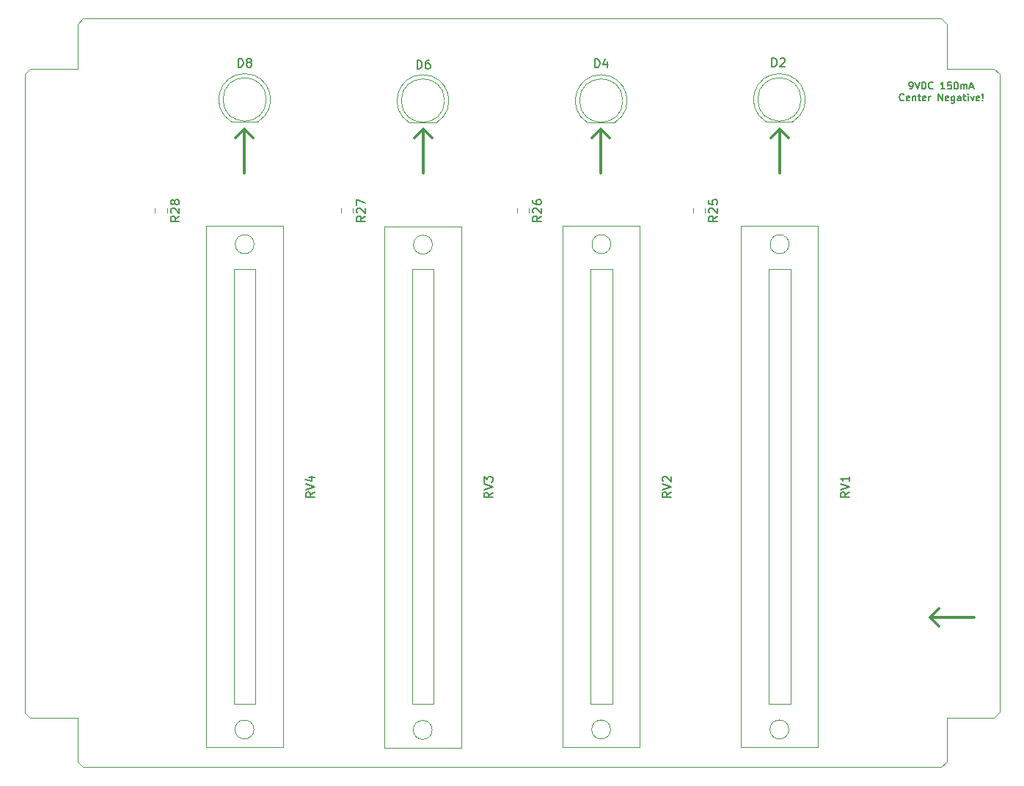
<source format=gbr>
%TF.GenerationSoftware,KiCad,Pcbnew,5.1.6-c6e7f7d~87~ubuntu18.04.1*%
%TF.CreationDate,2020-09-21T19:35:09+01:00*%
%TF.ProjectId,ActiveSplitterPedal_SOIC14,41637469-7665-4537-906c-697474657250,rev?*%
%TF.SameCoordinates,Original*%
%TF.FileFunction,Legend,Top*%
%TF.FilePolarity,Positive*%
%FSLAX46Y46*%
G04 Gerber Fmt 4.6, Leading zero omitted, Abs format (unit mm)*
G04 Created by KiCad (PCBNEW 5.1.6-c6e7f7d~87~ubuntu18.04.1) date 2020-09-21 19:35:09*
%MOMM*%
%LPD*%
G01*
G04 APERTURE LIST*
%ADD10C,0.150000*%
%ADD11C,0.300000*%
%TA.AperFunction,Profile*%
%ADD12C,0.050000*%
%TD*%
%ADD13C,0.120000*%
G04 APERTURE END LIST*
D10*
X182054952Y-52772904D02*
X182207333Y-52772904D01*
X182283523Y-52734809D01*
X182321619Y-52696714D01*
X182397809Y-52582428D01*
X182435904Y-52430047D01*
X182435904Y-52125285D01*
X182397809Y-52049095D01*
X182359714Y-52011000D01*
X182283523Y-51972904D01*
X182131142Y-51972904D01*
X182054952Y-52011000D01*
X182016857Y-52049095D01*
X181978761Y-52125285D01*
X181978761Y-52315761D01*
X182016857Y-52391952D01*
X182054952Y-52430047D01*
X182131142Y-52468142D01*
X182283523Y-52468142D01*
X182359714Y-52430047D01*
X182397809Y-52391952D01*
X182435904Y-52315761D01*
X182664476Y-51972904D02*
X182931142Y-52772904D01*
X183197809Y-51972904D01*
X183464476Y-52772904D02*
X183464476Y-51972904D01*
X183654952Y-51972904D01*
X183769238Y-52011000D01*
X183845428Y-52087190D01*
X183883523Y-52163380D01*
X183921619Y-52315761D01*
X183921619Y-52430047D01*
X183883523Y-52582428D01*
X183845428Y-52658619D01*
X183769238Y-52734809D01*
X183654952Y-52772904D01*
X183464476Y-52772904D01*
X184721619Y-52696714D02*
X184683523Y-52734809D01*
X184569238Y-52772904D01*
X184493047Y-52772904D01*
X184378761Y-52734809D01*
X184302571Y-52658619D01*
X184264476Y-52582428D01*
X184226380Y-52430047D01*
X184226380Y-52315761D01*
X184264476Y-52163380D01*
X184302571Y-52087190D01*
X184378761Y-52011000D01*
X184493047Y-51972904D01*
X184569238Y-51972904D01*
X184683523Y-52011000D01*
X184721619Y-52049095D01*
X186093047Y-52772904D02*
X185635904Y-52772904D01*
X185864476Y-52772904D02*
X185864476Y-51972904D01*
X185788285Y-52087190D01*
X185712095Y-52163380D01*
X185635904Y-52201476D01*
X186816857Y-51972904D02*
X186435904Y-51972904D01*
X186397809Y-52353857D01*
X186435904Y-52315761D01*
X186512095Y-52277666D01*
X186702571Y-52277666D01*
X186778761Y-52315761D01*
X186816857Y-52353857D01*
X186854952Y-52430047D01*
X186854952Y-52620523D01*
X186816857Y-52696714D01*
X186778761Y-52734809D01*
X186702571Y-52772904D01*
X186512095Y-52772904D01*
X186435904Y-52734809D01*
X186397809Y-52696714D01*
X187350190Y-51972904D02*
X187426380Y-51972904D01*
X187502571Y-52011000D01*
X187540666Y-52049095D01*
X187578761Y-52125285D01*
X187616857Y-52277666D01*
X187616857Y-52468142D01*
X187578761Y-52620523D01*
X187540666Y-52696714D01*
X187502571Y-52734809D01*
X187426380Y-52772904D01*
X187350190Y-52772904D01*
X187274000Y-52734809D01*
X187235904Y-52696714D01*
X187197809Y-52620523D01*
X187159714Y-52468142D01*
X187159714Y-52277666D01*
X187197809Y-52125285D01*
X187235904Y-52049095D01*
X187274000Y-52011000D01*
X187350190Y-51972904D01*
X187959714Y-52772904D02*
X187959714Y-52239571D01*
X187959714Y-52315761D02*
X187997809Y-52277666D01*
X188074000Y-52239571D01*
X188188285Y-52239571D01*
X188264476Y-52277666D01*
X188302571Y-52353857D01*
X188302571Y-52772904D01*
X188302571Y-52353857D02*
X188340666Y-52277666D01*
X188416857Y-52239571D01*
X188531142Y-52239571D01*
X188607333Y-52277666D01*
X188645428Y-52353857D01*
X188645428Y-52772904D01*
X188988285Y-52544333D02*
X189369238Y-52544333D01*
X188912095Y-52772904D02*
X189178761Y-51972904D01*
X189445428Y-52772904D01*
X181350190Y-54046714D02*
X181312095Y-54084809D01*
X181197809Y-54122904D01*
X181121619Y-54122904D01*
X181007333Y-54084809D01*
X180931142Y-54008619D01*
X180893047Y-53932428D01*
X180854952Y-53780047D01*
X180854952Y-53665761D01*
X180893047Y-53513380D01*
X180931142Y-53437190D01*
X181007333Y-53361000D01*
X181121619Y-53322904D01*
X181197809Y-53322904D01*
X181312095Y-53361000D01*
X181350190Y-53399095D01*
X181997809Y-54084809D02*
X181921619Y-54122904D01*
X181769238Y-54122904D01*
X181693047Y-54084809D01*
X181654952Y-54008619D01*
X181654952Y-53703857D01*
X181693047Y-53627666D01*
X181769238Y-53589571D01*
X181921619Y-53589571D01*
X181997809Y-53627666D01*
X182035904Y-53703857D01*
X182035904Y-53780047D01*
X181654952Y-53856238D01*
X182378761Y-53589571D02*
X182378761Y-54122904D01*
X182378761Y-53665761D02*
X182416857Y-53627666D01*
X182493047Y-53589571D01*
X182607333Y-53589571D01*
X182683523Y-53627666D01*
X182721619Y-53703857D01*
X182721619Y-54122904D01*
X182988285Y-53589571D02*
X183293047Y-53589571D01*
X183102571Y-53322904D02*
X183102571Y-54008619D01*
X183140666Y-54084809D01*
X183216857Y-54122904D01*
X183293047Y-54122904D01*
X183864476Y-54084809D02*
X183788285Y-54122904D01*
X183635904Y-54122904D01*
X183559714Y-54084809D01*
X183521619Y-54008619D01*
X183521619Y-53703857D01*
X183559714Y-53627666D01*
X183635904Y-53589571D01*
X183788285Y-53589571D01*
X183864476Y-53627666D01*
X183902571Y-53703857D01*
X183902571Y-53780047D01*
X183521619Y-53856238D01*
X184245428Y-54122904D02*
X184245428Y-53589571D01*
X184245428Y-53741952D02*
X184283523Y-53665761D01*
X184321619Y-53627666D01*
X184397809Y-53589571D01*
X184474000Y-53589571D01*
X185350190Y-54122904D02*
X185350190Y-53322904D01*
X185807333Y-54122904D01*
X185807333Y-53322904D01*
X186493047Y-54084809D02*
X186416857Y-54122904D01*
X186264476Y-54122904D01*
X186188285Y-54084809D01*
X186150190Y-54008619D01*
X186150190Y-53703857D01*
X186188285Y-53627666D01*
X186264476Y-53589571D01*
X186416857Y-53589571D01*
X186493047Y-53627666D01*
X186531142Y-53703857D01*
X186531142Y-53780047D01*
X186150190Y-53856238D01*
X187216857Y-53589571D02*
X187216857Y-54237190D01*
X187178761Y-54313380D01*
X187140666Y-54351476D01*
X187064476Y-54389571D01*
X186950190Y-54389571D01*
X186874000Y-54351476D01*
X187216857Y-54084809D02*
X187140666Y-54122904D01*
X186988285Y-54122904D01*
X186912095Y-54084809D01*
X186874000Y-54046714D01*
X186835904Y-53970523D01*
X186835904Y-53741952D01*
X186874000Y-53665761D01*
X186912095Y-53627666D01*
X186988285Y-53589571D01*
X187140666Y-53589571D01*
X187216857Y-53627666D01*
X187940666Y-54122904D02*
X187940666Y-53703857D01*
X187902571Y-53627666D01*
X187826380Y-53589571D01*
X187674000Y-53589571D01*
X187597809Y-53627666D01*
X187940666Y-54084809D02*
X187864476Y-54122904D01*
X187674000Y-54122904D01*
X187597809Y-54084809D01*
X187559714Y-54008619D01*
X187559714Y-53932428D01*
X187597809Y-53856238D01*
X187674000Y-53818142D01*
X187864476Y-53818142D01*
X187940666Y-53780047D01*
X188207333Y-53589571D02*
X188512095Y-53589571D01*
X188321619Y-53322904D02*
X188321619Y-54008619D01*
X188359714Y-54084809D01*
X188435904Y-54122904D01*
X188512095Y-54122904D01*
X188778761Y-54122904D02*
X188778761Y-53589571D01*
X188778761Y-53322904D02*
X188740666Y-53361000D01*
X188778761Y-53399095D01*
X188816857Y-53361000D01*
X188778761Y-53322904D01*
X188778761Y-53399095D01*
X189083523Y-53589571D02*
X189274000Y-54122904D01*
X189464476Y-53589571D01*
X190074000Y-54084809D02*
X189997809Y-54122904D01*
X189845428Y-54122904D01*
X189769238Y-54084809D01*
X189731142Y-54008619D01*
X189731142Y-53703857D01*
X189769238Y-53627666D01*
X189845428Y-53589571D01*
X189997809Y-53589571D01*
X190074000Y-53627666D01*
X190112095Y-53703857D01*
X190112095Y-53780047D01*
X189731142Y-53856238D01*
X190454952Y-54046714D02*
X190493047Y-54084809D01*
X190454952Y-54122904D01*
X190416857Y-54084809D01*
X190454952Y-54046714D01*
X190454952Y-54122904D01*
X190454952Y-53818142D02*
X190416857Y-53361000D01*
X190454952Y-53322904D01*
X190493047Y-53361000D01*
X190454952Y-53818142D01*
X190454952Y-53322904D01*
D11*
X184404000Y-113817400D02*
X185420000Y-114833400D01*
X184404000Y-113817400D02*
X189484000Y-113817400D01*
X184404000Y-113817400D02*
X185420000Y-112801400D01*
X167005000Y-57404000D02*
X168021000Y-58420000D01*
X167005000Y-57404000D02*
X165989000Y-58420000D01*
X167005000Y-57404000D02*
X167005000Y-62484000D01*
X146380200Y-57404000D02*
X147396200Y-58420000D01*
X146380200Y-57404000D02*
X146380200Y-62484000D01*
X146380200Y-57404000D02*
X145364200Y-58420000D01*
X125857000Y-57404000D02*
X126873000Y-58420000D01*
X125857000Y-57404000D02*
X125857000Y-62484000D01*
X125857000Y-57404000D02*
X124841000Y-58420000D01*
X105257600Y-57404000D02*
X106273600Y-58420000D01*
X105257600Y-57404000D02*
X105257600Y-62484000D01*
X105257600Y-57404000D02*
X104241600Y-58420000D01*
D12*
X186309000Y-130429000D02*
X185674000Y-131064000D01*
X186309000Y-125349000D02*
X186309000Y-130429000D01*
X191770000Y-125349000D02*
X186309000Y-125349000D01*
X192405000Y-124714000D02*
X191770000Y-125349000D01*
X192405000Y-51054000D02*
X192405000Y-124714000D01*
X191770000Y-50419000D02*
X192405000Y-51054000D01*
X186309000Y-50419000D02*
X191770000Y-50419000D01*
X186309000Y-45275500D02*
X186309000Y-50419000D01*
X185674000Y-44640500D02*
X186309000Y-45275500D01*
X86614000Y-44640500D02*
X185674000Y-44640500D01*
X85979000Y-45275500D02*
X86614000Y-44640500D01*
X85979000Y-50419000D02*
X85979000Y-45275500D01*
X80518000Y-50419000D02*
X85979000Y-50419000D01*
X79883000Y-51054000D02*
X80518000Y-50419000D01*
X79883000Y-124777500D02*
X79883000Y-51054000D01*
X80518000Y-125412500D02*
X79883000Y-124777500D01*
X85979000Y-125412500D02*
X80518000Y-125412500D01*
X85979000Y-130429000D02*
X85979000Y-125412500D01*
X86614000Y-131064000D02*
X85979000Y-130429000D01*
X185674000Y-131064000D02*
X86614000Y-131064000D01*
D13*
%TO.C,R28*%
X94921000Y-66540748D02*
X94921000Y-67063252D01*
X96341000Y-66540748D02*
X96341000Y-67063252D01*
%TO.C,R27*%
X116384000Y-66540748D02*
X116384000Y-67063252D01*
X117804000Y-66540748D02*
X117804000Y-67063252D01*
%TO.C,R26*%
X136704000Y-66540748D02*
X136704000Y-67063252D01*
X138124000Y-66540748D02*
X138124000Y-67063252D01*
%TO.C,R25*%
X157024000Y-66540748D02*
X157024000Y-67063252D01*
X158444000Y-66540748D02*
X158444000Y-67063252D01*
%TO.C,RV1*%
X165785800Y-73533000D02*
X168275000Y-73533000D01*
X168275000Y-123748800D02*
X165785800Y-123748800D01*
X168275000Y-73533000D02*
X168275000Y-123748800D01*
X165785800Y-123748800D02*
X165785800Y-73533000D01*
X171450000Y-128803400D02*
X171450000Y-68605400D01*
X162560000Y-128803400D02*
X171450000Y-128803400D01*
X162560000Y-68605400D02*
X162560000Y-128803400D01*
X171450000Y-68605400D02*
X162560000Y-68605400D01*
X168097495Y-126720600D02*
G75*
G03*
X168097495Y-126720600I-1092495J0D01*
G01*
X168122895Y-70688200D02*
G75*
G03*
X168122895Y-70688200I-1092495J0D01*
G01*
%TO.C,RV2*%
X145211800Y-73533000D02*
X147701000Y-73533000D01*
X147701000Y-123748800D02*
X145211800Y-123748800D01*
X147701000Y-73533000D02*
X147701000Y-123748800D01*
X145211800Y-123748800D02*
X145211800Y-73533000D01*
X150876000Y-128803400D02*
X150876000Y-68605400D01*
X141986000Y-128803400D02*
X150876000Y-128803400D01*
X141986000Y-68605400D02*
X141986000Y-128803400D01*
X150876000Y-68605400D02*
X141986000Y-68605400D01*
X147523495Y-126720600D02*
G75*
G03*
X147523495Y-126720600I-1092495J0D01*
G01*
X147548895Y-70688200D02*
G75*
G03*
X147548895Y-70688200I-1092495J0D01*
G01*
%TO.C,RV3*%
X124612400Y-73583800D02*
X127101600Y-73583800D01*
X127101600Y-123799600D02*
X124612400Y-123799600D01*
X127101600Y-73583800D02*
X127101600Y-123799600D01*
X124612400Y-123799600D02*
X124612400Y-73583800D01*
X130276600Y-128854200D02*
X130276600Y-68656200D01*
X121386600Y-128854200D02*
X130276600Y-128854200D01*
X121386600Y-68656200D02*
X121386600Y-128854200D01*
X130276600Y-68656200D02*
X121386600Y-68656200D01*
X126924095Y-126771400D02*
G75*
G03*
X126924095Y-126771400I-1092495J0D01*
G01*
X126949495Y-70739000D02*
G75*
G03*
X126949495Y-70739000I-1092495J0D01*
G01*
%TO.C,RV4*%
X104038400Y-73533000D02*
X106527600Y-73533000D01*
X106527600Y-123748800D02*
X104038400Y-123748800D01*
X106527600Y-73533000D02*
X106527600Y-123748800D01*
X104038400Y-123748800D02*
X104038400Y-73533000D01*
X109702600Y-128803400D02*
X109702600Y-68605400D01*
X100812600Y-128803400D02*
X109702600Y-128803400D01*
X100812600Y-68605400D02*
X100812600Y-128803400D01*
X109702600Y-68605400D02*
X100812600Y-68605400D01*
X106350095Y-126720600D02*
G75*
G03*
X106350095Y-126720600I-1092495J0D01*
G01*
X106375495Y-70688200D02*
G75*
G03*
X106375495Y-70688200I-1092495J0D01*
G01*
%TO.C,D2*%
X169505000Y-53975000D02*
G75*
G03*
X169505000Y-53975000I-2500000J0D01*
G01*
X165460000Y-56535000D02*
X168550000Y-56535000D01*
X167004538Y-50985000D02*
G75*
G02*
X168549830Y-56535000I462J-2990000D01*
G01*
X167005462Y-50985000D02*
G75*
G03*
X165460170Y-56535000I-462J-2990000D01*
G01*
%TO.C,D8*%
X107783000Y-53975000D02*
G75*
G03*
X107783000Y-53975000I-2500000J0D01*
G01*
X103738000Y-56535000D02*
X106828000Y-56535000D01*
X105282538Y-50985000D02*
G75*
G02*
X106827830Y-56535000I462J-2990000D01*
G01*
X105283462Y-50985000D02*
G75*
G03*
X103738170Y-56535000I-462J-2990000D01*
G01*
%TO.C,D6*%
X128357000Y-54102000D02*
G75*
G03*
X128357000Y-54102000I-2500000J0D01*
G01*
X124312000Y-56662000D02*
X127402000Y-56662000D01*
X125856538Y-51112000D02*
G75*
G02*
X127401830Y-56662000I462J-2990000D01*
G01*
X125857462Y-51112000D02*
G75*
G03*
X124312170Y-56662000I-462J-2990000D01*
G01*
%TO.C,D4*%
X148931000Y-54102000D02*
G75*
G03*
X148931000Y-54102000I-2500000J0D01*
G01*
X144886000Y-56662000D02*
X147976000Y-56662000D01*
X146430538Y-51112000D02*
G75*
G02*
X147975830Y-56662000I462J-2990000D01*
G01*
X146431462Y-51112000D02*
G75*
G03*
X144886170Y-56662000I-462J-2990000D01*
G01*
%TD*%
%TO.C,R28*%
D10*
X97733380Y-67444857D02*
X97257190Y-67778190D01*
X97733380Y-68016285D02*
X96733380Y-68016285D01*
X96733380Y-67635333D01*
X96781000Y-67540095D01*
X96828619Y-67492476D01*
X96923857Y-67444857D01*
X97066714Y-67444857D01*
X97161952Y-67492476D01*
X97209571Y-67540095D01*
X97257190Y-67635333D01*
X97257190Y-68016285D01*
X96828619Y-67063904D02*
X96781000Y-67016285D01*
X96733380Y-66921047D01*
X96733380Y-66682952D01*
X96781000Y-66587714D01*
X96828619Y-66540095D01*
X96923857Y-66492476D01*
X97019095Y-66492476D01*
X97161952Y-66540095D01*
X97733380Y-67111523D01*
X97733380Y-66492476D01*
X97161952Y-65921047D02*
X97114333Y-66016285D01*
X97066714Y-66063904D01*
X96971476Y-66111523D01*
X96923857Y-66111523D01*
X96828619Y-66063904D01*
X96781000Y-66016285D01*
X96733380Y-65921047D01*
X96733380Y-65730571D01*
X96781000Y-65635333D01*
X96828619Y-65587714D01*
X96923857Y-65540095D01*
X96971476Y-65540095D01*
X97066714Y-65587714D01*
X97114333Y-65635333D01*
X97161952Y-65730571D01*
X97161952Y-65921047D01*
X97209571Y-66016285D01*
X97257190Y-66063904D01*
X97352428Y-66111523D01*
X97542904Y-66111523D01*
X97638142Y-66063904D01*
X97685761Y-66016285D01*
X97733380Y-65921047D01*
X97733380Y-65730571D01*
X97685761Y-65635333D01*
X97638142Y-65587714D01*
X97542904Y-65540095D01*
X97352428Y-65540095D01*
X97257190Y-65587714D01*
X97209571Y-65635333D01*
X97161952Y-65730571D01*
%TO.C,R27*%
X119196380Y-67444857D02*
X118720190Y-67778190D01*
X119196380Y-68016285D02*
X118196380Y-68016285D01*
X118196380Y-67635333D01*
X118244000Y-67540095D01*
X118291619Y-67492476D01*
X118386857Y-67444857D01*
X118529714Y-67444857D01*
X118624952Y-67492476D01*
X118672571Y-67540095D01*
X118720190Y-67635333D01*
X118720190Y-68016285D01*
X118291619Y-67063904D02*
X118244000Y-67016285D01*
X118196380Y-66921047D01*
X118196380Y-66682952D01*
X118244000Y-66587714D01*
X118291619Y-66540095D01*
X118386857Y-66492476D01*
X118482095Y-66492476D01*
X118624952Y-66540095D01*
X119196380Y-67111523D01*
X119196380Y-66492476D01*
X118196380Y-66159142D02*
X118196380Y-65492476D01*
X119196380Y-65921047D01*
%TO.C,R26*%
X139516380Y-67444857D02*
X139040190Y-67778190D01*
X139516380Y-68016285D02*
X138516380Y-68016285D01*
X138516380Y-67635333D01*
X138564000Y-67540095D01*
X138611619Y-67492476D01*
X138706857Y-67444857D01*
X138849714Y-67444857D01*
X138944952Y-67492476D01*
X138992571Y-67540095D01*
X139040190Y-67635333D01*
X139040190Y-68016285D01*
X138611619Y-67063904D02*
X138564000Y-67016285D01*
X138516380Y-66921047D01*
X138516380Y-66682952D01*
X138564000Y-66587714D01*
X138611619Y-66540095D01*
X138706857Y-66492476D01*
X138802095Y-66492476D01*
X138944952Y-66540095D01*
X139516380Y-67111523D01*
X139516380Y-66492476D01*
X138516380Y-65635333D02*
X138516380Y-65825809D01*
X138564000Y-65921047D01*
X138611619Y-65968666D01*
X138754476Y-66063904D01*
X138944952Y-66111523D01*
X139325904Y-66111523D01*
X139421142Y-66063904D01*
X139468761Y-66016285D01*
X139516380Y-65921047D01*
X139516380Y-65730571D01*
X139468761Y-65635333D01*
X139421142Y-65587714D01*
X139325904Y-65540095D01*
X139087809Y-65540095D01*
X138992571Y-65587714D01*
X138944952Y-65635333D01*
X138897333Y-65730571D01*
X138897333Y-65921047D01*
X138944952Y-66016285D01*
X138992571Y-66063904D01*
X139087809Y-66111523D01*
%TO.C,R25*%
X159836380Y-67444857D02*
X159360190Y-67778190D01*
X159836380Y-68016285D02*
X158836380Y-68016285D01*
X158836380Y-67635333D01*
X158884000Y-67540095D01*
X158931619Y-67492476D01*
X159026857Y-67444857D01*
X159169714Y-67444857D01*
X159264952Y-67492476D01*
X159312571Y-67540095D01*
X159360190Y-67635333D01*
X159360190Y-68016285D01*
X158931619Y-67063904D02*
X158884000Y-67016285D01*
X158836380Y-66921047D01*
X158836380Y-66682952D01*
X158884000Y-66587714D01*
X158931619Y-66540095D01*
X159026857Y-66492476D01*
X159122095Y-66492476D01*
X159264952Y-66540095D01*
X159836380Y-67111523D01*
X159836380Y-66492476D01*
X158836380Y-65587714D02*
X158836380Y-66063904D01*
X159312571Y-66111523D01*
X159264952Y-66063904D01*
X159217333Y-65968666D01*
X159217333Y-65730571D01*
X159264952Y-65635333D01*
X159312571Y-65587714D01*
X159407809Y-65540095D01*
X159645904Y-65540095D01*
X159741142Y-65587714D01*
X159788761Y-65635333D01*
X159836380Y-65730571D01*
X159836380Y-65968666D01*
X159788761Y-66063904D01*
X159741142Y-66111523D01*
%TO.C,RV1*%
X175077380Y-99299638D02*
X174601190Y-99632971D01*
X175077380Y-99871066D02*
X174077380Y-99871066D01*
X174077380Y-99490114D01*
X174125000Y-99394876D01*
X174172619Y-99347257D01*
X174267857Y-99299638D01*
X174410714Y-99299638D01*
X174505952Y-99347257D01*
X174553571Y-99394876D01*
X174601190Y-99490114D01*
X174601190Y-99871066D01*
X174077380Y-99013923D02*
X175077380Y-98680590D01*
X174077380Y-98347257D01*
X175077380Y-97490114D02*
X175077380Y-98061542D01*
X175077380Y-97775828D02*
X174077380Y-97775828D01*
X174220238Y-97871066D01*
X174315476Y-97966304D01*
X174363095Y-98061542D01*
%TO.C,RV2*%
X154503380Y-99299638D02*
X154027190Y-99632971D01*
X154503380Y-99871066D02*
X153503380Y-99871066D01*
X153503380Y-99490114D01*
X153551000Y-99394876D01*
X153598619Y-99347257D01*
X153693857Y-99299638D01*
X153836714Y-99299638D01*
X153931952Y-99347257D01*
X153979571Y-99394876D01*
X154027190Y-99490114D01*
X154027190Y-99871066D01*
X153503380Y-99013923D02*
X154503380Y-98680590D01*
X153503380Y-98347257D01*
X153598619Y-98061542D02*
X153551000Y-98013923D01*
X153503380Y-97918685D01*
X153503380Y-97680590D01*
X153551000Y-97585352D01*
X153598619Y-97537733D01*
X153693857Y-97490114D01*
X153789095Y-97490114D01*
X153931952Y-97537733D01*
X154503380Y-98109161D01*
X154503380Y-97490114D01*
%TO.C,RV3*%
X133903980Y-99350438D02*
X133427790Y-99683771D01*
X133903980Y-99921866D02*
X132903980Y-99921866D01*
X132903980Y-99540914D01*
X132951600Y-99445676D01*
X132999219Y-99398057D01*
X133094457Y-99350438D01*
X133237314Y-99350438D01*
X133332552Y-99398057D01*
X133380171Y-99445676D01*
X133427790Y-99540914D01*
X133427790Y-99921866D01*
X132903980Y-99064723D02*
X133903980Y-98731390D01*
X132903980Y-98398057D01*
X132903980Y-98159961D02*
X132903980Y-97540914D01*
X133284933Y-97874247D01*
X133284933Y-97731390D01*
X133332552Y-97636152D01*
X133380171Y-97588533D01*
X133475409Y-97540914D01*
X133713504Y-97540914D01*
X133808742Y-97588533D01*
X133856361Y-97636152D01*
X133903980Y-97731390D01*
X133903980Y-98017104D01*
X133856361Y-98112342D01*
X133808742Y-98159961D01*
%TO.C,RV4*%
X113329980Y-99299638D02*
X112853790Y-99632971D01*
X113329980Y-99871066D02*
X112329980Y-99871066D01*
X112329980Y-99490114D01*
X112377600Y-99394876D01*
X112425219Y-99347257D01*
X112520457Y-99299638D01*
X112663314Y-99299638D01*
X112758552Y-99347257D01*
X112806171Y-99394876D01*
X112853790Y-99490114D01*
X112853790Y-99871066D01*
X112329980Y-99013923D02*
X113329980Y-98680590D01*
X112329980Y-98347257D01*
X112663314Y-97585352D02*
X113329980Y-97585352D01*
X112282361Y-97823447D02*
X112996647Y-98061542D01*
X112996647Y-97442495D01*
%TO.C,D2*%
X166139904Y-50172880D02*
X166139904Y-49172880D01*
X166378000Y-49172880D01*
X166520857Y-49220500D01*
X166616095Y-49315738D01*
X166663714Y-49410976D01*
X166711333Y-49601452D01*
X166711333Y-49744309D01*
X166663714Y-49934785D01*
X166616095Y-50030023D01*
X166520857Y-50125261D01*
X166378000Y-50172880D01*
X166139904Y-50172880D01*
X167092285Y-49268119D02*
X167139904Y-49220500D01*
X167235142Y-49172880D01*
X167473238Y-49172880D01*
X167568476Y-49220500D01*
X167616095Y-49268119D01*
X167663714Y-49363357D01*
X167663714Y-49458595D01*
X167616095Y-49601452D01*
X167044666Y-50172880D01*
X167663714Y-50172880D01*
%TO.C,D8*%
X104544904Y-50236380D02*
X104544904Y-49236380D01*
X104783000Y-49236380D01*
X104925857Y-49284000D01*
X105021095Y-49379238D01*
X105068714Y-49474476D01*
X105116333Y-49664952D01*
X105116333Y-49807809D01*
X105068714Y-49998285D01*
X105021095Y-50093523D01*
X104925857Y-50188761D01*
X104783000Y-50236380D01*
X104544904Y-50236380D01*
X105687761Y-49664952D02*
X105592523Y-49617333D01*
X105544904Y-49569714D01*
X105497285Y-49474476D01*
X105497285Y-49426857D01*
X105544904Y-49331619D01*
X105592523Y-49284000D01*
X105687761Y-49236380D01*
X105878238Y-49236380D01*
X105973476Y-49284000D01*
X106021095Y-49331619D01*
X106068714Y-49426857D01*
X106068714Y-49474476D01*
X106021095Y-49569714D01*
X105973476Y-49617333D01*
X105878238Y-49664952D01*
X105687761Y-49664952D01*
X105592523Y-49712571D01*
X105544904Y-49760190D01*
X105497285Y-49855428D01*
X105497285Y-50045904D01*
X105544904Y-50141142D01*
X105592523Y-50188761D01*
X105687761Y-50236380D01*
X105878238Y-50236380D01*
X105973476Y-50188761D01*
X106021095Y-50141142D01*
X106068714Y-50045904D01*
X106068714Y-49855428D01*
X106021095Y-49760190D01*
X105973476Y-49712571D01*
X105878238Y-49664952D01*
%TO.C,D6*%
X125182404Y-50426880D02*
X125182404Y-49426880D01*
X125420500Y-49426880D01*
X125563357Y-49474500D01*
X125658595Y-49569738D01*
X125706214Y-49664976D01*
X125753833Y-49855452D01*
X125753833Y-49998309D01*
X125706214Y-50188785D01*
X125658595Y-50284023D01*
X125563357Y-50379261D01*
X125420500Y-50426880D01*
X125182404Y-50426880D01*
X126610976Y-49426880D02*
X126420500Y-49426880D01*
X126325261Y-49474500D01*
X126277642Y-49522119D01*
X126182404Y-49664976D01*
X126134785Y-49855452D01*
X126134785Y-50236404D01*
X126182404Y-50331642D01*
X126230023Y-50379261D01*
X126325261Y-50426880D01*
X126515738Y-50426880D01*
X126610976Y-50379261D01*
X126658595Y-50331642D01*
X126706214Y-50236404D01*
X126706214Y-49998309D01*
X126658595Y-49903071D01*
X126610976Y-49855452D01*
X126515738Y-49807833D01*
X126325261Y-49807833D01*
X126230023Y-49855452D01*
X126182404Y-49903071D01*
X126134785Y-49998309D01*
%TO.C,D4*%
X145692904Y-50299880D02*
X145692904Y-49299880D01*
X145931000Y-49299880D01*
X146073857Y-49347500D01*
X146169095Y-49442738D01*
X146216714Y-49537976D01*
X146264333Y-49728452D01*
X146264333Y-49871309D01*
X146216714Y-50061785D01*
X146169095Y-50157023D01*
X146073857Y-50252261D01*
X145931000Y-50299880D01*
X145692904Y-50299880D01*
X147121476Y-49633214D02*
X147121476Y-50299880D01*
X146883380Y-49252261D02*
X146645285Y-49966547D01*
X147264333Y-49966547D01*
%TD*%
M02*

</source>
